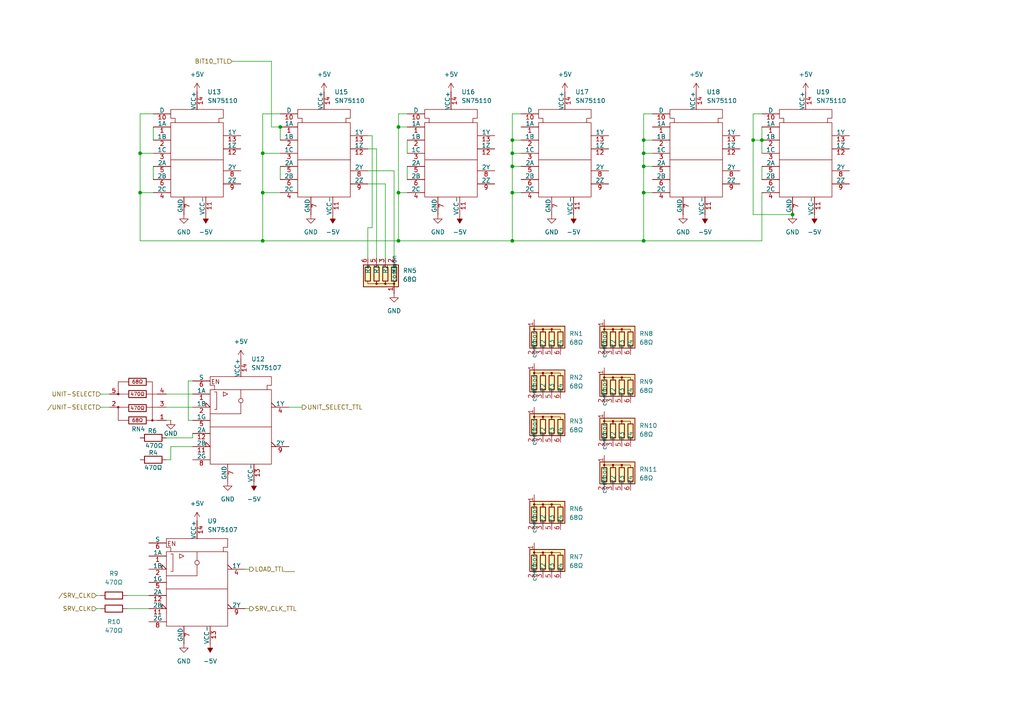
<source format=kicad_sch>
(kicad_sch (version 20231120) (generator "eeschema") (generator_version "8.0")
  (paper "A4")
  (lib_symbols
    (symbol "Device:R" (pin_numbers hide) (pin_names (offset 0))
      (property "Reference" "R" (at 2.032 0 90))
      (property "Value" "R" (at 0 0 90))
      (symbol "R_0_1"
        (rectangle (start -1.016 -2.54) (end 1.016 2.54) (stroke (width 0.254)))
      )
      (symbol "R_1_1"
        (pin passive line (at 0 3.81 270) (length 1.27) (name "~") (number "1"))
        (pin passive line (at 0 -3.81 90) (length 1.27) (name "~") (number "2"))
      )
    )
    (symbol "SN75107_1" (pin_names (offset 0)) (in_bom no) (on_board no)
      (property "Reference" "U" (at 2.54 16.002 0))
      (property "Value" "SN75107" (at 6.35 13.97 0))
      (symbol "SN75107_1_0_1"
        (polyline (pts (xy -8.89 -1.905) (xy 8.89 -1.905)))
        (polyline (pts (xy -8.89 8.89) (xy -8.89 -12.7)))
        (polyline (pts (xy -8.89 12.7) (xy -8.89 10.16)))
        (polyline (pts (xy -7.62 8.89) (xy 7.62 8.89)))
        (polyline (pts (xy 0 6.35) (xy 0 8.89)))
        (polyline (pts (xy 0 5.08) (xy 0 1.905) (xy -8.89 1.905)))
        (polyline (pts (xy -8.89 10.16) (xy -7.62 10.16) (xy -7.62 8.89) (xy -8.89 8.89)))
        (polyline (pts (xy -5.08 8.255) (xy -5.08 6.985) (xy -3.81 7.62) (xy -5.08 8.255)))
        (polyline (pts (xy -8.89 12.7) (xy 8.89 12.7) (xy 8.89 10.16) (xy 7.62 10.16) (xy 7.62 8.89) (xy 8.89 8.89) (xy 8.89 -12.7) (xy -8.89 -12.7)))
        (circle (center 0 5.715) (radius 0.635))
      )
      (symbol "SN75107_1_1_0"
        (pin no_connect non_logic (at -6.35 -8.89 180) (length 0) hide (name "") (number "10"))
        (pin no_connect non_logic (at -6.35 -10.16 180) (length 0) hide (name "") (number "3"))
      )
      (symbol "SN75107_1_1_1"
        (polyline (pts (xy -7.62 8.255) (xy -6.985 8.255) (xy -6.985 3.175) (xy -7.62 3.175)))
        (text "EN" (at -7.366 11.176 0) (effects (font (size 1.27 1.27))))
        (pin input line (at -13.97 7.62 0) (length 5.08) (name "1A") (number "1"))
        (pin input input_low (at -13.97 -7.62 0) (length 5.08) (name "2B") (number "11"))
        (pin input line (at -13.97 -3.81 0) (length 5.08) (name "2A") (number "12"))
        (pin power_in line (at 3.81 -17.78 90) (length 5.08) (name "VCC-") (number "13"))
        (pin power_in line (at 0 17.78 270) (length 5.08) (name "VCC+") (number "14"))
        (pin input input_low (at -13.97 3.81 0) (length 5.08) (name "1B") (number "2"))
        (pin output output_low (at 13.97 3.81 180) (length 5.08) (name "1Y") (number "4"))
        (pin input line (at -13.97 0 0) (length 5.08) (name "1G") (number "5"))
        (pin input line (at -13.97 11.43 0) (length 5.08) (name "S") (number "6"))
        (pin power_in line (at -3.81 -17.78 90) (length 5.08) (name "GND") (number "7"))
        (pin input line (at -13.97 -11.43 0) (length 5.08) (name "2G") (number "8"))
        (pin output output_low (at 13.97 -7.62 180) (length 5.08) (name "2Y") (number "9"))
      )
    )
    (symbol "dual line receiver transmitter:SN75107" (pin_names (offset 0)) (in_bom no) (on_board no)
      (property "Reference" "U" (at 2.54 16.002 0))
      (property "Value" "SN75107" (at 6.35 13.97 0))
      (symbol "SN75107_0_1"
        (polyline (pts (xy -8.89 -1.905) (xy 8.89 -1.905)))
        (polyline (pts (xy -8.89 8.89) (xy -8.89 -12.7)))
        (polyline (pts (xy -8.89 12.7) (xy -8.89 10.16)))
        (polyline (pts (xy -7.62 8.89) (xy 7.62 8.89)))
        (polyline (pts (xy 0 6.35) (xy 0 8.89)))
        (polyline (pts (xy 0 5.08) (xy 0 1.905) (xy -8.89 1.905)))
        (polyline (pts (xy -8.89 10.16) (xy -7.62 10.16) (xy -7.62 8.89) (xy -8.89 8.89)))
        (polyline (pts (xy -5.08 8.255) (xy -5.08 6.985) (xy -3.81 7.62) (xy -5.08 8.255)))
        (polyline (pts (xy -8.89 12.7) (xy 8.89 12.7) (xy 8.89 10.16) (xy 7.62 10.16) (xy 7.62 8.89) (xy 8.89 8.89) (xy 8.89 -12.7) (xy -8.89 -12.7)))
        (circle (center 0 5.715) (radius 0.635))
      )
      (symbol "SN75107_1_0"
        (pin no_connect non_logic (at -6.35 -8.89 180) (length 0) hide (name "") (number "10"))
        (pin no_connect non_logic (at -6.35 -10.16 180) (length 0) hide (name "") (number "3"))
      )
      (symbol "SN75107_1_1"
        (polyline (pts (xy -7.62 8.255) (xy -6.985 8.255) (xy -6.985 3.175) (xy -7.62 3.175)))
        (text "EN" (at -7.366 11.176 0) (effects (font (size 1.27 1.27))))
        (pin input line (at -13.97 7.62 0) (length 5.08) (name "1A") (number "1"))
        (pin input input_low (at -13.97 -7.62 0) (length 5.08) (name "2B") (number "11"))
        (pin input line (at -13.97 -3.81 0) (length 5.08) (name "2A") (number "12"))
        (pin power_in line (at 3.81 -17.78 90) (length 5.08) (name "VCC-") (number "13"))
        (pin power_in line (at 0 17.78 270) (length 5.08) (name "VCC+") (number "14"))
        (pin input input_low (at -13.97 3.81 0) (length 5.08) (name "1B") (number "2"))
        (pin output output_low (at 13.97 3.81 180) (length 5.08) (name "1Y") (number "4"))
        (pin input line (at -13.97 0 0) (length 5.08) (name "1G") (number "5"))
        (pin input line (at -13.97 11.43 0) (length 5.08) (name "S") (number "6"))
        (pin power_in line (at -3.81 -17.78 90) (length 5.08) (name "GND") (number "7"))
        (pin input line (at -13.97 -11.43 0) (length 5.08) (name "2G") (number "8"))
        (pin output output_low (at 13.97 -7.62 180) (length 5.08) (name "2Y") (number "9"))
      )
    )
    (symbol "dual line receiver transmitter:SN75110" (pin_names (offset 0))
      (property "Reference" "U" (at 2.54 16.002 0))
      (property "Value" "SN75110" (at 6.096 13.716 0))
      (symbol "SN75110_0_1"
        (polyline (pts (xy -7.62 -1.905) (xy 7.62 -1.905)))
        (polyline (pts (xy -6.35 8.89) (xy 6.35 8.89)))
        (polyline (pts (xy -7.62 12.7) (xy 7.62 12.7) (xy 7.62 10.16) (xy 6.35 10.16) (xy 6.35 8.89) (xy 7.62 8.89) (xy 7.62 -12.7) (xy -7.62 -12.7) (xy -7.62 8.89) (xy -6.35 8.89) (xy -6.35 10.16) (xy -7.62 10.16) (xy -7.62 12.7)))
      )
      (symbol "SN75110_1_1"
        (pin input line (at -12.7 7.62 0) (length 5.08) (name "1A") (number "1"))
        (pin input line (at -12.7 11.43 0) (length 5.08) (name "D") (number "10"))
        (pin power_in line (at 2.54 -17.78 90) (length 5.08) (name "VCC-") (number "11"))
        (pin output line (at 12.7 1.27 180) (length 5.08) (name "1Z") (number "12"))
        (pin output line (at 12.7 5.08 180) (length 5.08) (name "1Y") (number "13"))
        (pin power_in line (at 0 17.78 270) (length 5.08) (name "VCC+") (number "14"))
        (pin input line (at -12.7 3.81 0) (length 5.08) (name "1B") (number "2"))
        (pin input line (at -12.7 0 0) (length 5.08) (name "1C") (number "3"))
        (pin input line (at -12.7 -11.43 0) (length 5.08) (name "2C") (number "4"))
        (pin input line (at -12.7 -3.81 0) (length 5.08) (name "2A") (number "5"))
        (pin input line (at -12.7 -7.62 0) (length 5.08) (name "2B") (number "6"))
        (pin power_in line (at -3.81 -17.78 90) (length 5.08) (name "GND") (number "7"))
        (pin output line (at 12.7 -5.08 180) (length 5.08) (name "2Y") (number "8"))
        (pin output line (at 12.7 -8.89 180) (length 5.08) (name "2Z") (number "9"))
      )
    )
    (symbol "line termination resistors:3552" (pin_names (offset 0) hide)
      (property "Reference" "R" (at 5.842 -4.826 0))
      (symbol "3552_0_1"
        (circle (center -5.08 -2.54) (radius 0.254) (fill (type outline)))
        (circle (center -5.08 1.27) (radius 0.254) (fill (type outline)))
        (rectangle (start -2.032 -5.08) (end 3.048 -7.112) (stroke (width 0.254)))
        (rectangle (start -2.032 -1.524) (end 3.048 -3.556) (stroke (width 0.254)))
        (rectangle (start -2.032 2.54) (end 3.048 0.508) (stroke (width 0.254)))
        (rectangle (start -2.032 6.096) (end 3.048 4.064) (stroke (width 0.254)))
        (polyline (pts (xy -5.08 -6.096) (xy -2.032 -6.096)))
        (polyline (pts (xy -5.08 -2.54) (xy -2.032 -2.54)))
        (polyline (pts (xy -5.08 1.27) (xy -2.032 1.27)))
        (polyline (pts (xy -5.08 5.08) (xy -2.032 5.08)))
        (polyline (pts (xy 3.048 -2.54) (xy 6.604 -2.54)))
        (polyline (pts (xy 3.048 1.27) (xy 6.604 1.27)))
        (polyline (pts (xy 3.048 5.08) (xy 6.604 5.08)))
        (circle (center 4.826 5.08) (radius 0.254) (fill (type outline)))
      )
      (symbol "3552_1_1"
        (polyline (pts (xy -5.08 -2.54) (xy -5.08 -6.096)))
        (polyline (pts (xy -5.08 5.08) (xy -5.08 1.27)))
        (polyline (pts (xy 4.826 -6.096) (xy 3.048 -6.096)))
        (polyline (pts (xy 4.826 -6.096) (xy 4.826 4.826)))
        (text "470Ω" (at 0.508 -2.54 0) (effects (font (size 1.016 1.016))))
        (text "470Ω" (at 0.508 1.524 0) (effects (font (size 1.016 1.016))))
        (text "68Ω" (at 0.508 -6.096 0) (effects (font (size 1.016 1.016))))
        (text "68Ω" (at 0.508 5.08 0) (effects (font (size 1.016 1.016))))
        (pin passive line (at 8.89 5.08 180) (length 2.54) (name "") (number "1"))
        (pin passive line (at -7.62 1.27 0) (length 2.54) (name "") (number "2"))
        (pin passive line (at 8.89 1.27 180) (length 2.54) (name "") (number "3"))
        (pin passive line (at 8.89 -2.54 180) (length 2.54) (name "") (number "4"))
        (pin passive line (at -7.62 -2.54 0) (length 2.54) (name "") (number "5"))
      )
    )
    (symbol "line termination resistors:3553"
      (property "Reference" "RN" (at 5.588 -4.572 0))
      (property "Value" "68Ω" (at 7.62 -2.286 0))
      (symbol "3553_0_1"
        (rectangle (start -5.08 -3.175) (end 5.08 3.175) (stroke (width 0.254)) (fill (type background)))
        (rectangle (start -4.572 1.524) (end -3.048 -2.54) (stroke (width 0.254)))
        (circle (center -3.81 2.286) (radius 0.254) (fill (type outline)))
        (rectangle (start -2.032 1.524) (end -0.508 -2.54) (stroke (width 0.254)))
        (circle (center -1.27 2.286) (radius 0.254) (fill (type outline)))
        (polyline (pts (xy -3.81 -2.54) (xy -3.81 -3.81)))
        (polyline (pts (xy -1.27 -2.54) (xy -1.27 -3.81)))
        (polyline (pts (xy 1.27 -2.54) (xy 1.27 -3.81)))
        (polyline (pts (xy 3.81 -2.54) (xy 3.81 -3.81)))
        (polyline (pts (xy -3.81 1.524) (xy -3.81 2.286) (xy -1.27 2.286) (xy -1.27 1.524)))
        (polyline (pts (xy -1.27 1.524) (xy -1.27 2.286) (xy 1.27 2.286) (xy 1.27 1.524)))
        (polyline (pts (xy 1.27 1.524) (xy 1.27 2.286) (xy 3.81 2.286) (xy 3.81 1.524)))
        (rectangle (start 0.508 1.524) (end 2.032 -2.54) (stroke (width 0.254)))
        (circle (center 1.27 2.286) (radius 0.254) (fill (type outline)))
        (rectangle (start 3.048 1.524) (end 4.572 -2.54) (stroke (width 0.254)))
      )
      (symbol "3553_1_1"
        (pin passive line (at -3.81 5.08 270) (length 2.54) (name "common") (number "1"))
        (pin passive line (at -3.81 -5.08 90) (length 1.27) (name "R1") (number "2"))
        (pin passive line (at -1.27 -5.08 90) (length 1.27) (name "R2") (number "3"))
        (pin no_connect non_logic (at -6.35 1.27 90) (length 1.27) hide (name "") (number "4"))
        (pin passive line (at 1.27 -5.08 90) (length 1.27) (name "R3") (number "5"))
        (pin passive line (at 3.81 -5.08 90) (length 1.27) (name "R4") (number "6"))
      )
    )
    (symbol "power:+5V" (power) (pin_numbers hide) (pin_names (offset 0) hide)
      (property "Value" "+5V" (at 0 3.556 0))
      (symbol "+5V_0_1"
        (polyline (pts (xy -0.762 1.27) (xy 0 2.54)))
        (polyline (pts (xy 0 0) (xy 0 2.54)))
        (polyline (pts (xy 0 2.54) (xy 0.762 1.27)))
      )
      (symbol "+5V_1_1"
        (pin power_in line (at 0 0 90) (length 0) (name "~") (number "1"))
      )
    )
    (symbol "power:-5V" (power) (pin_numbers hide) (pin_names (offset 0) hide)
      (property "Value" "-5V" (at 0 3.556 0))
      (symbol "-5V_0_0"
        (pin power_in line (at 0 0 90) (length 0) (name "~") (number "1"))
      )
      (symbol "-5V_0_1"
        (polyline (pts (xy 0 0) (xy 0 1.27) (xy 0.762 1.27) (xy 0 2.54) (xy -0.762 1.27) (xy 0 1.27)) (fill (type outline)))
      )
    )
    (symbol "power:GND" (power) (pin_numbers hide) (pin_names (offset 0) hide)
      (property "Value" "GND" (at 0 -3.81 0))
      (symbol "GND_0_1"
        (polyline (pts (xy 0 0) (xy 0 -1.27) (xy 1.27 -1.27) (xy 0 -2.54) (xy -1.27 -1.27) (xy 0 -1.27)))
      )
      (symbol "GND_1_1"
        (pin power_in line (at 0 0 270) (length 0) (name "~") (number "1"))
      )
    )
  )
  (junction (at 40.64 44.45))
  (junction (at 81.28 36.83))
  (junction (at 115.57 55.88))
  (junction (at 148.59 40.64))
  (junction (at 186.69 48.26))
  (junction (at 186.69 55.88))
  (junction (at 148.59 48.26))
  (junction (at 186.69 44.45))
  (junction (at 115.57 69.85))
  (junction (at 148.59 69.85))
  (junction (at 76.2 55.88))
  (junction (at 186.69 69.85))
  (junction (at 148.59 44.45))
  (junction (at 229.87 62.23))
  (junction (at 76.2 69.85))
  (junction (at 76.2 44.45))
  (junction (at 218.44 40.64))
  (junction (at 220.98 40.64))
  (junction (at 186.69 40.64))
  (junction (at 115.57 36.83))
  (junction (at 40.64 55.88))
  (junction (at 148.59 55.88))
  (wire (pts (xy 27.94 172.72) (xy 29.21 172.72)))
  (wire (pts (xy 44.45 44.45) (xy 40.64 44.45)))
  (wire (pts (xy 48.26 114.3) (xy 55.88 114.3)))
  (wire (pts (xy 29.21 118.11) (xy 31.75 118.11)))
  (wire (pts (xy 186.69 69.85) (xy 148.59 69.85)))
  (wire (pts (xy 76.2 33.02) (xy 76.2 44.45)))
  (wire (pts (xy 148.59 55.88) (xy 151.13 55.88)))
  (wire (pts (xy 109.22 43.18) (xy 109.22 74.93)))
  (wire (pts (xy 115.57 69.85) (xy 115.57 55.88)))
  (wire (pts (xy 40.64 44.45) (xy 40.64 55.88)))
  (wire (pts (xy 48.26 133.35) (xy 49.53 133.35)))
  (wire (pts (xy 36.83 172.72) (xy 43.18 172.72)))
  (wire (pts (xy 106.68 66.04) (xy 106.68 74.93)))
  (wire (pts (xy 118.11 33.02) (xy 115.57 33.02)))
  (wire (pts (xy 55.88 110.49) (xy 54.61 110.49)))
  (wire (pts (xy 71.12 165.1) (xy 72.39 165.1)))
  (wire (pts (xy 189.23 40.64) (xy 186.69 40.64)))
  (wire (pts (xy 29.21 114.3) (xy 31.75 114.3)))
  (wire (pts (xy 40.64 55.88) (xy 44.45 55.88)))
  (wire (pts (xy 148.59 48.26) (xy 148.59 55.88)))
  (wire (pts (xy 148.59 69.85) (xy 148.59 55.88)))
  (wire (pts (xy 49.53 129.54) (xy 55.88 129.54)))
  (wire (pts (xy 115.57 55.88) (xy 115.57 36.83)))
  (wire (pts (xy 148.59 44.45) (xy 151.13 44.45)))
  (wire (pts (xy 186.69 40.64) (xy 186.69 33.02)))
  (wire (pts (xy 40.64 33.02) (xy 40.64 44.45)))
  (wire (pts (xy 78.74 17.78) (xy 67.31 17.78)))
  (wire (pts (xy 186.69 48.26) (xy 186.69 55.88)))
  (wire (pts (xy 218.44 33.02) (xy 218.44 40.64)))
  (wire (pts (xy 220.98 55.88) (xy 220.98 69.85)))
  (wire (pts (xy 148.59 40.64) (xy 151.13 40.64)))
  (wire (pts (xy 220.98 33.02) (xy 218.44 33.02)))
  (wire (pts (xy 27.94 176.53) (xy 29.21 176.53)))
  (wire (pts (xy 118.11 48.26) (xy 118.11 52.07)))
  (wire (pts (xy 148.59 48.26) (xy 151.13 48.26)))
  (wire (pts (xy 220.98 40.64) (xy 220.98 44.45)))
  (wire (pts (xy 76.2 55.88) (xy 81.28 55.88)))
  (wire (pts (xy 118.11 40.64) (xy 118.11 44.45)))
  (wire (pts (xy 148.59 33.02) (xy 148.59 40.64)))
  (wire (pts (xy 148.59 40.64) (xy 148.59 44.45)))
  (wire (pts (xy 48.26 118.11) (xy 55.88 118.11)))
  (wire (pts (xy 118.11 55.88) (xy 115.57 55.88)))
  (wire (pts (xy 186.69 69.85) (xy 186.69 55.88)))
  (wire (pts (xy 55.88 125.73) (xy 55.88 127)))
  (wire (pts (xy 186.69 33.02) (xy 189.23 33.02)))
  (wire (pts (xy 71.12 176.53) (xy 72.39 176.53)))
  (wire (pts (xy 76.2 69.85) (xy 76.2 55.88)))
  (wire (pts (xy 49.53 133.35) (xy 49.53 129.54)))
  (wire (pts (xy 186.69 44.45) (xy 186.69 48.26)))
  (wire (pts (xy 148.59 69.85) (xy 115.57 69.85)))
  (wire (pts (xy 115.57 36.83) (xy 118.11 36.83)))
  (wire (pts (xy 220.98 40.64) (xy 218.44 40.64)))
  (wire (pts (xy 115.57 33.02) (xy 115.57 36.83)))
  (wire (pts (xy 44.45 48.26) (xy 44.45 52.07)))
  (wire (pts (xy 81.28 48.26) (xy 81.28 52.07)))
  (wire (pts (xy 83.82 118.11) (xy 87.63 118.11)))
  (wire (pts (xy 81.28 36.83) (xy 78.74 36.83)))
  (wire (pts (xy 81.28 36.83) (xy 81.28 40.64)))
  (wire (pts (xy 186.69 44.45) (xy 189.23 44.45)))
  (wire (pts (xy 81.28 44.45) (xy 76.2 44.45)))
  (wire (pts (xy 218.44 40.64) (xy 218.44 62.23)))
  (wire (pts (xy 44.45 36.83) (xy 44.45 40.64)))
  (wire (pts (xy 218.44 62.23) (xy 229.87 62.23)))
  (wire (pts (xy 40.64 69.85) (xy 40.64 55.88)))
  (wire (pts (xy 76.2 44.45) (xy 76.2 55.88)))
  (wire (pts (xy 106.68 39.37) (xy 107.95 39.37)))
  (wire (pts (xy 106.68 43.18) (xy 109.22 43.18)))
  (wire (pts (xy 114.3 49.53) (xy 114.3 74.93)))
  (wire (pts (xy 220.98 48.26) (xy 220.98 52.07)))
  (wire (pts (xy 76.2 69.85) (xy 40.64 69.85)))
  (wire (pts (xy 107.95 66.04) (xy 106.68 66.04)))
  (wire (pts (xy 186.69 40.64) (xy 186.69 44.45)))
  (wire (pts (xy 111.76 53.34) (xy 111.76 74.93)))
  (wire (pts (xy 54.61 121.92) (xy 55.88 121.92)))
  (wire (pts (xy 81.28 33.02) (xy 76.2 33.02)))
  (wire (pts (xy 107.95 39.37) (xy 107.95 66.04)))
  (wire (pts (xy 44.45 33.02) (xy 40.64 33.02)))
  (wire (pts (xy 220.98 69.85) (xy 186.69 69.85)))
  (wire (pts (xy 220.98 36.83) (xy 220.98 40.64)))
  (wire (pts (xy 55.88 127) (xy 48.26 127)))
  (wire (pts (xy 49.53 121.92) (xy 48.26 121.92)))
  (wire (pts (xy 106.68 49.53) (xy 114.3 49.53)))
  (wire (pts (xy 115.57 69.85) (xy 76.2 69.85)))
  (wire (pts (xy 186.69 55.88) (xy 189.23 55.88)))
  (wire (pts (xy 36.83 176.53) (xy 43.18 176.53)))
  (wire (pts (xy 148.59 44.45) (xy 148.59 48.26)))
  (wire (pts (xy 54.61 110.49) (xy 54.61 121.92)))
  (wire (pts (xy 151.13 33.02) (xy 148.59 33.02)))
  (wire (pts (xy 186.69 48.26) (xy 189.23 48.26)))
  (wire (pts (xy 78.74 36.83) (xy 78.74 17.78)))
  (wire (pts (xy 111.76 53.34) (xy 106.68 53.34)))
  (hierarchical_label "SRV_CLK" (shape input) (at 27.94 176.53 180))
  (hierarchical_label "LOAD_TTL___" (shape output) (at 72.39 165.1 0))
  (hierarchical_label "SRV_CLK_TTL" (shape output) (at 72.39 176.53 0))
  (hierarchical_label "{slash}UNIT-SELECT" (shape input) (at 29.21 118.11 180))
  (hierarchical_label "{slash}SRV_CLK" (shape input) (at 27.94 172.72 180))
  (hierarchical_label "UNIT-SELECT" (shape input) (at 29.21 114.3 180))
  (hierarchical_label "UNIT_SELECT_TTL" (shape output) (at 87.63 118.11 0))
  (hierarchical_label "BIT10_TTL" (shape input) (at 67.31 17.78 180))
  (symbol (lib_id "power:GND") (at 90.17 62.23 0) (unit 1)
    (property "Reference" "#PWR024" (effects (hide yes)))
    (property "Value" "GND" (at 90.17 67.31 0))
    (property "Description" "Power symbol creates a global label with name \"GND\" , ground" (effects (hide yes)))
  )
  (symbol (lib_id "line termination resistors:3553") (at 179.07 111.76 0) (unit 1)
    (property "Reference" "RN9" (at 185.42 110.7439 0) (effects (justify left)))
    (property "Value" "68Ω" (at 185.42 113.2839 0) (effects (justify left)))
    (property "Footprint" "Resistor_THT:R_Array_SIP6" (effects (hide yes)))
    (property "Description" "Quad 68Ω Termination Resistors" (effects (hide yes)))
  )
  (symbol (lib_id "line termination resistors:3553") (at 179.07 97.79 0) (unit 1)
    (property "Reference" "RN8" (at 185.42 96.7739 0) (effects (justify left)))
    (property "Value" "68Ω" (at 185.42 99.3139 0) (effects (justify left)))
    (property "Footprint" "Resistor_THT:R_Array_SIP6" (effects (hide yes)))
    (property "Description" "Quad 68Ω Termination Resistors" (effects (hide yes)))
  )
  (symbol (lib_id "power:-5V") (at 236.22 62.23 180) (unit 1)
    (property "Reference" "#PWR020" (effects (hide yes)))
    (property "Value" "-5V" (at 236.22 67.31 0))
    (property "Description" "Power symbol creates a global label with name \"-5V\"" (effects (hide yes)))
  )
  (symbol (lib_id "Device:R") (at 33.02 172.72 90) (unit 1)
    (property "Reference" "R9" (at 33.02 166.37 90))
    (property "Value" "470Ω" (at 33.02 168.91 90))
    (property "Footprint" "Resistor_THT:R_Axial_DIN0207_L6.3mm_D2.5mm_P7.62mm_Horizontal" (effects (hide yes)))
    (property "Description" "Resistor" (effects (hide yes)))
  )
  (symbol (lib_id "power:+5V") (at 163.83 26.67 0) (unit 1)
    (property "Reference" "#PWR012" (effects (hide yes)))
    (property "Value" "+5V" (at 163.83 21.59 0))
    (property "Description" "Power symbol creates a global label with name \"+5V\"" (effects (hide yes)))
  )
  (symbol (lib_id "dual line receiver transmitter:SN75110") (at 57.15 44.45 0) (unit 1)
    (property "Reference" "U13" (at 60.1665 26.67 0) (effects (justify left)))
    (property "Value" "SN75110" (at 60.1665 29.21 0) (effects (justify left)))
    (property "Footprint" "Package_DIP:DIP-14_W7.62mm" (effects (hide yes)))
    (property "Datasheet" "https://www.ti.com/lit/ds/symlink/sn75110a.pdf" (effects (hide yes)))
    (property "Description" "dual line drivers" (effects (hide yes)))
  )
  (symbol (lib_id "power:GND") (at 160.02 62.23 0) (unit 1)
    (property "Reference" "#PWR026" (effects (hide yes)))
    (property "Value" "GND" (at 160.02 67.31 0))
    (property "Description" "Power symbol creates a global label with name \"GND\" , ground" (effects (hide yes)))
  )
  (symbol (lib_id "power:-5V") (at 166.37 62.23 180) (unit 1)
    (property "Reference" "#PWR018" (effects (hide yes)))
    (property "Value" "-5V" (at 166.37 67.31 0))
    (property "Description" "Power symbol creates a global label with name \"-5V\"" (effects (hide yes)))
  )
  (symbol (lib_id "power:GND") (at 127 62.23 0) (unit 1)
    (property "Reference" "#PWR025" (effects (hide yes)))
    (property "Value" "GND" (at 127 67.31 0))
    (property "Description" "Power symbol creates a global label with name \"GND\" , ground" (effects (hide yes)))
  )
  (symbol (lib_id "line termination resistors:3553") (at 158.75 110.49 0) (unit 1)
    (property "Reference" "RN2" (at 165.1 109.4739 0) (effects (justify left)))
    (property "Value" "68Ω" (at 165.1 112.0139 0) (effects (justify left)))
    (property "Footprint" "Resistor_THT:R_Array_SIP6" (effects (hide yes)))
    (property "Description" "Quad 68Ω Termination Resistors" (effects (hide yes)))
  )
  (symbol (lib_name "SN75107_1") (lib_id "dual line receiver transmitter:SN75107") (at 57.15 168.91 0) (unit 1)
    (property "Reference" "U9" (at 60.1665 151.13 0) (effects (justify left)))
    (property "Value" "SN75107" (at 60.1665 153.67 0) (effects (justify left)))
    (property "Footprint" "Package_DIP:DIP-14_W7.62mm" (effects (hide yes)))
    (property "Datasheet" "https://www.ti.com/lit/ds/symlink/sn75107a.pdf" (effects (hide yes)))
    (property "Description" "TTL-compatible, high-speed line receivers" (effects (hide yes)))
  )
  (symbol (lib_id "power:GND") (at 229.87 62.23 0) (unit 1)
    (property "Reference" "#PWR028" (effects (hide yes)))
    (property "Value" "GND" (at 229.87 67.31 0))
    (property "Description" "Power symbol creates a global label with name \"GND\" , ground" (effects (hide yes)))
  )
  (symbol (lib_id "power:GND") (at 53.34 186.69 0) (unit 1)
    (property "Reference" "#PWR02" (effects (hide yes)))
    (property "Value" "GND" (at 53.34 191.77 0))
    (property "Description" "Power symbol creates a global label with name \"GND\" , ground" (effects (hide yes)))
  )
  (symbol (lib_id "power:-5V") (at 133.35 62.23 180) (unit 1)
    (property "Reference" "#PWR017" (effects (hide yes)))
    (property "Value" "-5V" (at 133.35 67.31 0))
    (property "Description" "Power symbol creates a global label with name \"-5V\"" (effects (hide yes)))
  )
  (symbol (lib_id "power:GND") (at 198.12 62.23 0) (unit 1)
    (property "Reference" "#PWR027" (effects (hide yes)))
    (property "Value" "GND" (at 198.12 67.31 0))
    (property "Description" "Power symbol creates a global label with name \"GND\" , ground" (effects (hide yes)))
  )
  (symbol (lib_id "Device:R") (at 44.45 127 270) (unit 1)
    (property "Reference" "R6" (at 44.196 124.968 90))
    (property "Value" "470Ω" (at 44.704 129.286 90))
    (property "Footprint" "Resistor_THT:R_Axial_DIN0207_L6.3mm_D2.5mm_P7.62mm_Horizontal" (effects (hide yes)))
    (property "Description" "Resistor" (effects (hide yes)))
  )
  (symbol (lib_id "power:+5V") (at 130.81 26.67 0) (unit 1)
    (property "Reference" "#PWR011" (effects (hide yes)))
    (property "Value" "+5V" (at 130.81 21.59 0))
    (property "Description" "Power symbol creates a global label with name \"+5V\"" (effects (hide yes)))
  )
  (symbol (lib_id "dual line receiver transmitter:SN75110") (at 163.83 44.45 0) (unit 1)
    (property "Reference" "U17" (at 166.8465 26.67 0) (effects (justify left)))
    (property "Value" "SN75110" (at 166.8465 29.21 0) (effects (justify left)))
    (property "Footprint" "Package_DIP:DIP-14_W7.62mm" (effects (hide yes)))
    (property "Datasheet" "https://www.ti.com/lit/ds/symlink/sn75110a.pdf" (effects (hide yes)))
    (property "Description" "dual line drivers" (effects (hide yes)))
  )
  (symbol (lib_id "power:+5V") (at 69.85 104.14 0) (unit 1)
    (property "Reference" "#PWR07" (effects (hide yes)))
    (property "Value" "+5V" (at 69.85 99.06 0))
    (property "Description" "Power symbol creates a global label with name \"+5V\"" (effects (hide yes)))
  )
  (symbol (lib_id "line termination resistors:3553") (at 110.49 80.01 180) (unit 1)
    (property "Reference" "RN5" (at 116.84 78.4859 0) (effects (justify right)))
    (property "Value" "68Ω" (at 116.84 81.0259 0) (effects (justify right)))
    (property "Footprint" "Resistor_THT:R_Array_SIP6" (effects (hide yes)))
    (property "Description" "Quad 68Ω Termination Resistors" (effects (hide yes)))
  )
  (symbol (lib_id "line termination resistors:3553") (at 158.75 148.59 0) (unit 1)
    (property "Reference" "RN6" (at 165.1 147.5739 0) (effects (justify left)))
    (property "Value" "68Ω" (at 165.1 150.1139 0) (effects (justify left)))
    (property "Footprint" "Resistor_THT:R_Array_SIP6" (effects (hide yes)))
    (property "Description" "Quad 68Ω Termination Resistors" (effects (hide yes)))
  )
  (symbol (lib_id "power:GND") (at 66.04 139.7 0) (unit 1)
    (property "Reference" "#PWR01" (effects (hide yes)))
    (property "Value" "GND" (at 66.04 144.78 0))
    (property "Description" "Power symbol creates a global label with name \"GND\" , ground" (effects (hide yes)))
  )
  (symbol (lib_id "line termination resistors:3553") (at 158.75 97.79 0) (unit 1)
    (property "Reference" "RN1" (at 165.1 96.7739 0) (effects (justify left)))
    (property "Value" "68Ω" (at 165.1 99.3139 0) (effects (justify left)))
    (property "Footprint" "Resistor_THT:R_Array_SIP6" (effects (hide yes)))
    (property "Description" "Quad 68Ω Termination Resistors" (effects (hide yes)))
  )
  (symbol (lib_id "dual line receiver transmitter:SN75110") (at 130.81 44.45 0) (unit 1)
    (property "Reference" "U16" (at 133.8265 26.67 0) (effects (justify left)))
    (property "Value" "SN75110" (at 133.8265 29.21 0) (effects (justify left)))
    (property "Footprint" "Package_DIP:DIP-14_W7.62mm" (effects (hide yes)))
    (property "Datasheet" "https://www.ti.com/lit/ds/symlink/sn75110a.pdf" (effects (hide yes)))
    (property "Description" "dual line drivers" (effects (hide yes)))
  )
  (symbol (lib_id "power:+5V") (at 93.98 26.67 0) (unit 1)
    (property "Reference" "#PWR010" (effects (hide yes)))
    (property "Value" "+5V" (at 93.98 21.59 0))
    (property "Description" "Power symbol creates a global label with name \"+5V\"" (effects (hide yes)))
  )
  (symbol (lib_id "dual line receiver transmitter:SN75110") (at 233.68 44.45 0) (unit 1)
    (property "Reference" "U19" (at 236.6965 26.67 0) (effects (justify left)))
    (property "Value" "SN75110" (at 236.6965 29.21 0) (effects (justify left)))
    (property "Footprint" "Package_DIP:DIP-14_W7.62mm" (effects (hide yes)))
    (property "Datasheet" "https://www.ti.com/lit/ds/symlink/sn75110a.pdf" (effects (hide yes)))
    (property "Description" "dual line drivers" (effects (hide yes)))
  )
  (symbol (lib_id "power:-5V") (at 59.69 62.23 180) (unit 1)
    (property "Reference" "#PWR015" (effects (hide yes)))
    (property "Value" "-5V" (at 59.69 67.31 0))
    (property "Description" "Power symbol creates a global label with name \"-5V\"" (effects (hide yes)))
  )
  (symbol (lib_id "line termination resistors:3552") (at 39.37 116.84 0) (mirror x) (unit 1)
    (property "Reference" "RN4" (at 40.132 124.46 0))
    (property "Footprint" "Resistor_THT:R_Array_SIP5" (effects (hide yes)))
    (property "Description" "Termination Resistor Pair" (effects (hide yes)))
  )
  (symbol (lib_id "line termination resistors:3553") (at 158.75 123.19 0) (unit 1)
    (property "Reference" "RN3" (at 165.1 122.1739 0) (effects (justify left)))
    (property "Value" "68Ω" (at 165.1 124.7139 0) (effects (justify left)))
    (property "Footprint" "Resistor_THT:R_Array_SIP6" (effects (hide yes)))
    (property "Description" "Quad 68Ω Termination Resistors" (effects (hide yes)))
  )
  (symbol (lib_id "power:GND") (at 49.53 121.92 0) (unit 1)
    (property "Reference" "#PWR03" (effects (hide yes)))
    (property "Value" "GND" (at 49.53 125.73 0))
    (property "Description" "Power symbol creates a global label with name \"GND\" , ground" (effects (hide yes)))
  )
  (symbol (lib_id "power:+5V") (at 57.15 26.67 0) (unit 1)
    (property "Reference" "#PWR09" (effects (hide yes)))
    (property "Value" "+5V" (at 57.15 21.59 0))
    (property "Description" "Power symbol creates a global label with name \"+5V\"" (effects (hide yes)))
  )
  (symbol (lib_id "power:+5V") (at 57.15 151.13 0) (unit 1)
    (property "Reference" "#PWR08" (effects (hide yes)))
    (property "Value" "+5V" (at 57.15 146.05 0))
    (property "Description" "Power symbol creates a global label with name \"+5V\"" (effects (hide yes)))
  )
  (symbol (lib_id "power:GND") (at 114.3 85.09 0) (unit 1)
    (property "Reference" "#PWR044" (effects (hide yes)))
    (property "Value" "GND" (at 114.3 90.17 0))
    (property "Description" "Power symbol creates a global label with name \"GND\" , ground" (effects (hide yes)))
  )
  (symbol (lib_id "line termination resistors:3553") (at 179.07 124.46 0) (unit 1)
    (property "Reference" "RN10" (at 185.42 123.4439 0) (effects (justify left)))
    (property "Value" "68Ω" (at 185.42 125.9839 0) (effects (justify left)))
    (property "Footprint" "Resistor_THT:R_Array_SIP6" (effects (hide yes)))
    (property "Description" "Quad 68Ω Termination Resistors" (effects (hide yes)))
  )
  (symbol (lib_id "line termination resistors:3553") (at 158.75 162.56 0) (unit 1)
    (property "Reference" "RN7" (at 165.1 161.5439 0) (effects (justify left)))
    (property "Value" "68Ω" (at 165.1 164.0839 0) (effects (justify left)))
    (property "Footprint" "Resistor_THT:R_Array_SIP6" (effects (hide yes)))
    (property "Description" "Quad 68Ω Termination Resistors" (effects (hide yes)))
  )
  (symbol (lib_id "Device:R") (at 33.02 176.53 90) (unit 1)
    (property "Reference" "R10" (at 33.02 180.34 90))
    (property "Value" "470Ω" (at 33.02 182.88 90))
    (property "Footprint" "Resistor_THT:R_Axial_DIN0207_L6.3mm_D2.5mm_P7.62mm_Horizontal" (effects (hide yes)))
    (property "Description" "Resistor" (effects (hide yes)))
  )
  (symbol (lib_id "power:-5V") (at 96.52 62.23 180) (unit 1)
    (property "Reference" "#PWR016" (effects (hide yes)))
    (property "Value" "-5V" (at 96.52 67.31 0))
    (property "Description" "Power symbol creates a global label with name \"-5V\"" (effects (hide yes)))
  )
  (symbol (lib_id "dual line receiver transmitter:SN75110") (at 201.93 44.45 0) (unit 1)
    (property "Reference" "U18" (at 204.9465 26.67 0) (effects (justify left)))
    (property "Value" "SN75110" (at 204.9465 29.21 0) (effects (justify left)))
    (property "Footprint" "Package_DIP:DIP-14_W7.62mm" (effects (hide yes)))
    (property "Datasheet" "https://www.ti.com/lit/ds/symlink/sn75110a.pdf" (effects (hide yes)))
    (property "Description" "dual line drivers" (effects (hide yes)))
  )
  (symbol (lib_id "power:GND") (at 53.34 62.23 0) (unit 1)
    (property "Reference" "#PWR023" (effects (hide yes)))
    (property "Value" "GND" (at 53.34 67.31 0))
    (property "Description" "Power symbol creates a global label with name \"GND\" , ground" (effects (hide yes)))
  )
  (symbol (lib_id "power:+5V") (at 233.68 26.67 0) (unit 1)
    (property "Reference" "#PWR014" (effects (hide yes)))
    (property "Value" "+5V" (at 233.68 21.59 0))
    (property "Description" "Power symbol creates a global label with name \"+5V\"" (effects (hide yes)))
  )
  (symbol (lib_id "dual line receiver transmitter:SN75110") (at 93.98 44.45 0) (unit 1)
    (property "Reference" "U15" (at 96.9965 26.67 0) (effects (justify left)))
    (property "Value" "SN75110" (at 96.9965 29.21 0) (effects (justify left)))
    (property "Footprint" "Package_DIP:DIP-14_W7.62mm" (effects (hide yes)))
    (property "Datasheet" "https://www.ti.com/lit/ds/symlink/sn75110a.pdf" (effects (hide yes)))
    (property "Description" "dual line drivers" (effects (hide yes)))
  )
  (symbol (lib_id "power:+5V") (at 201.93 26.67 0) (unit 1)
    (property "Reference" "#PWR013" (effects (hide yes)))
    (property "Value" "+5V" (at 201.93 21.59 0))
    (property "Description" "Power symbol creates a global label with name \"+5V\"" (effects (hide yes)))
  )
  (symbol (lib_id "power:-5V") (at 73.66 139.7 180) (unit 1)
    (property "Reference" "#PWR022" (effects (hide yes)))
    (property "Value" "-5V" (at 73.66 144.78 0))
    (property "Description" "Power symbol creates a global label with name \"-5V\"" (effects (hide yes)))
  )
  (symbol (lib_id "dual line receiver transmitter:SN75107") (at 69.85 121.92 0) (unit 1)
    (property "Reference" "U12" (at 72.8665 104.14 0) (effects (justify left)))
    (property "Value" "SN75107" (at 72.8665 106.68 0) (effects (justify left)))
    (property "Footprint" "Package_DIP:DIP-14_W7.62mm" (effects (hide yes)))
    (property "Datasheet" "https://www.ti.com/lit/ds/symlink/sn75107a.pdf" (effects (hide yes)))
    (property "Description" "TTL-compatible, high-speed line receivers" (effects (hide yes)))
  )
  (symbol (lib_id "Device:R") (at 44.45 133.35 270) (unit 1)
    (property "Reference" "R4" (at 44.45 131.318 90))
    (property "Value" "470Ω" (at 44.45 135.636 90))
    (property "Footprint" "Resistor_THT:R_Axial_DIN0207_L6.3mm_D2.5mm_P7.62mm_Horizontal" (effects (hide yes)))
    (property "Description" "Resistor" (effects (hide yes)))
  )
  (symbol (lib_id "power:-5V") (at 204.47 62.23 180) (unit 1)
    (property "Reference" "#PWR019" (effects (hide yes)))
    (property "Value" "-5V" (at 204.47 67.31 0))
    (property "Description" "Power symbol creates a global label with name \"-5V\"" (effects (hide yes)))
  )
  (symbol (lib_id "power:-5V") (at 60.96 186.69 180) (unit 1)
    (property "Reference" "#PWR021" (effects (hide yes)))
    (property "Value" "-5V" (at 60.96 191.77 0))
    (property "Description" "Power symbol creates a global label with name \"-5V\"" (effects (hide yes)))
  )
  (symbol (lib_id "line termination resistors:3553") (at 179.07 137.16 0) (unit 1)
    (property "Reference" "RN11" (at 185.42 136.1439 0) (effects (justify left)))
    (property "Value" "68Ω" (at 185.42 138.6839 0) (effects (justify left)))
    (property "Footprint" "Resistor_THT:R_Array_SIP6" (effects (hide yes)))
    (property "Description" "Quad 68Ω Termination Resistors" (effects (hide yes)))
  )
)
</source>
